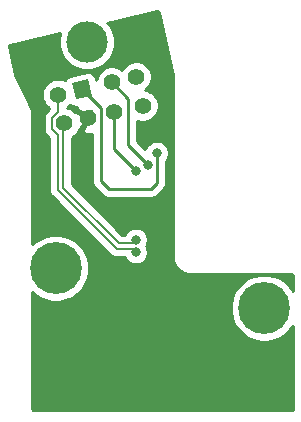
<source format=gbl>
%TF.GenerationSoftware,KiCad,Pcbnew,5.1.12-84ad8e8a86~92~ubuntu20.04.1*%
%TF.CreationDate,2021-12-06T23:57:06-06:00*%
%TF.ProjectId,portboard_img4,706f7274-626f-4617-9264-5f696d67342e,rev?*%
%TF.SameCoordinates,Original*%
%TF.FileFunction,Copper,L2,Bot*%
%TF.FilePolarity,Positive*%
%FSLAX46Y46*%
G04 Gerber Fmt 4.6, Leading zero omitted, Abs format (unit mm)*
G04 Created by KiCad (PCBNEW 5.1.12-84ad8e8a86~92~ubuntu20.04.1) date 2021-12-06 23:57:06*
%MOMM*%
%LPD*%
G01*
G04 APERTURE LIST*
%TA.AperFunction,ComponentPad*%
%ADD10C,3.500000*%
%TD*%
%TA.AperFunction,ComponentPad*%
%ADD11C,1.422400*%
%TD*%
%TA.AperFunction,ComponentPad*%
%ADD12C,0.150000*%
%TD*%
%TA.AperFunction,ComponentPad*%
%ADD13C,4.400000*%
%TD*%
%TA.AperFunction,ViaPad*%
%ADD14C,0.800000*%
%TD*%
%TA.AperFunction,Conductor*%
%ADD15C,0.250000*%
%TD*%
%TA.AperFunction,Conductor*%
%ADD16C,0.200000*%
%TD*%
%TA.AperFunction,Conductor*%
%ADD17C,0.254000*%
%TD*%
%TA.AperFunction,Conductor*%
%ADD18C,0.150000*%
%TD*%
G04 APERTURE END LIST*
D10*
%TO.P,J2,SH2*%
%TO.N,N/C*%
X105346500Y-68072000D03*
D11*
%TO.P,J2,2*%
%TO.N,/HSKi*%
X107456078Y-71489554D03*
%TA.AperFunction,ComponentPad*%
D12*
%TO.P,J2,1*%
%TO.N,/HSKo*%
G36*
X104384729Y-72916673D02*
G01*
X104069598Y-71529620D01*
X105456651Y-71214489D01*
X105771782Y-72601542D01*
X104384729Y-72916673D01*
G37*
%TD.AperFunction*%
D11*
%TO.P,J2,3*%
%TO.N,/TXD-*%
X102872876Y-72530832D03*
%TO.P,J2,5*%
%TO.N,/RXD-*%
X109503892Y-71024303D03*
%TO.P,J2,8*%
%TO.N,/RXD+*%
X110057763Y-73462176D03*
%TO.P,J2,6*%
%TO.N,/TXD+*%
X103426748Y-74968706D03*
%TO.P,J2,4*%
%TO.N,GND*%
X105474561Y-74503454D03*
%TO.P,J2,7*%
%TO.N,/GPi*%
X107619890Y-74016047D03*
%TD*%
D13*
%TO.P,H2,1*%
%TO.N,N/C*%
X120350000Y-90600000D03*
%TD*%
%TO.P,H1,1*%
%TO.N,N/C*%
X102700000Y-87223800D03*
%TD*%
D14*
%TO.N,GND*%
X109474000Y-92710000D03*
X108057950Y-90887550D03*
X110775750Y-90900250D03*
%TO.N,/HSKo*%
X111251990Y-77470000D03*
%TO.N,/HSKi*%
X110526990Y-78486000D03*
%TO.N,/TXD-*%
X109474000Y-85869000D03*
%TO.N,/TXD+*%
X109474000Y-84819000D03*
%TO.N,/GPi*%
X109474000Y-78994000D03*
%TD*%
D15*
%TO.N,/HSKo*%
X110744000Y-80518000D02*
X111251990Y-80010010D01*
X106527600Y-73672491D02*
X106527600Y-79857600D01*
X107188000Y-80518000D02*
X110744000Y-80518000D01*
X104920690Y-72065581D02*
X106527600Y-73672491D01*
X106527600Y-79857600D02*
X107188000Y-80518000D01*
X111251990Y-80010010D02*
X111251990Y-77470000D01*
%TO.N,/HSKi*%
X108839000Y-76798010D02*
X110526990Y-78486000D01*
X108839000Y-72872476D02*
X108839000Y-76798010D01*
X107456078Y-71489554D02*
X108839000Y-72872476D01*
D16*
%TO.N,/TXD-*%
X102415547Y-74483329D02*
X102415547Y-75454083D01*
X102872876Y-74026000D02*
X102415547Y-74483329D01*
X102872876Y-72530832D02*
X102872876Y-74026000D01*
X102872876Y-75911412D02*
X102872876Y-80585076D01*
X102415547Y-75454083D02*
X102872876Y-75911412D01*
X107856800Y-85569000D02*
X109174000Y-85569000D01*
X102872876Y-80585076D02*
X107856800Y-85569000D01*
X109174000Y-85569000D02*
X109474000Y-85869000D01*
%TO.N,/TXD+*%
X103322876Y-75072578D02*
X103322876Y-80398676D01*
X103426748Y-74968706D02*
X103322876Y-75072578D01*
X109174000Y-85119000D02*
X109474000Y-84819000D01*
X108043200Y-85119000D02*
X109174000Y-85119000D01*
X103322876Y-80398676D02*
X108043200Y-85119000D01*
D15*
%TO.N,/GPi*%
X107619890Y-77139890D02*
X107619890Y-74016047D01*
X109474000Y-78994000D02*
X107619890Y-77139890D01*
%TD*%
D17*
%TO.N,GND*%
X111349944Y-65469485D02*
X111361525Y-65472630D01*
X111372273Y-65477964D01*
X111381778Y-65485282D01*
X111389680Y-65494307D01*
X111395680Y-65504697D01*
X111410412Y-65547956D01*
X112615000Y-70847188D01*
X112615001Y-86236105D01*
X112618079Y-86267355D01*
X112618045Y-86272204D01*
X112619046Y-86282417D01*
X112635367Y-86437693D01*
X112648767Y-86502973D01*
X112661244Y-86568380D01*
X112664210Y-86578204D01*
X112664211Y-86578210D01*
X112664213Y-86578215D01*
X112710378Y-86727354D01*
X112736209Y-86788805D01*
X112761151Y-86850536D01*
X112765968Y-86859597D01*
X112840229Y-86996939D01*
X112877486Y-87052175D01*
X112913956Y-87107907D01*
X112920442Y-87115860D01*
X113019965Y-87236162D01*
X113067254Y-87283122D01*
X113113845Y-87330700D01*
X113121752Y-87337242D01*
X113242746Y-87435922D01*
X113298270Y-87472812D01*
X113353198Y-87510422D01*
X113362222Y-87515302D01*
X113362230Y-87515306D01*
X113500082Y-87588603D01*
X113561712Y-87614005D01*
X113622904Y-87640232D01*
X113632699Y-87643265D01*
X113632705Y-87643267D01*
X113632711Y-87643268D01*
X113782176Y-87688394D01*
X113847554Y-87701339D01*
X113912683Y-87715183D01*
X113922889Y-87716256D01*
X114078276Y-87731492D01*
X114078277Y-87731492D01*
X114113895Y-87735000D01*
X122664053Y-87735000D01*
X122711941Y-87739696D01*
X122723427Y-87743163D01*
X122734018Y-87748795D01*
X122743319Y-87756380D01*
X122750965Y-87765623D01*
X122756672Y-87776177D01*
X122760220Y-87787641D01*
X122765000Y-87833114D01*
X122765000Y-89111439D01*
X122552088Y-88792793D01*
X122157207Y-88397912D01*
X121692876Y-88087656D01*
X121176939Y-87873948D01*
X120629223Y-87765000D01*
X120070777Y-87765000D01*
X119523061Y-87873948D01*
X119007124Y-88087656D01*
X118542793Y-88397912D01*
X118147912Y-88792793D01*
X117837656Y-89257124D01*
X117623948Y-89773061D01*
X117515000Y-90320777D01*
X117515000Y-90879223D01*
X117623948Y-91426939D01*
X117837656Y-91942876D01*
X118147912Y-92407207D01*
X118542793Y-92802088D01*
X119007124Y-93112344D01*
X119523061Y-93326052D01*
X120070777Y-93435000D01*
X120629223Y-93435000D01*
X121176939Y-93326052D01*
X121692876Y-93112344D01*
X122157207Y-92802088D01*
X122552088Y-92407207D01*
X122765000Y-92088561D01*
X122765001Y-99164043D01*
X122760304Y-99211941D01*
X122756837Y-99223427D01*
X122751205Y-99234019D01*
X122743622Y-99243316D01*
X122734375Y-99250966D01*
X122723821Y-99256673D01*
X122712361Y-99260220D01*
X122666885Y-99265000D01*
X100835947Y-99265000D01*
X100788059Y-99260304D01*
X100776573Y-99256837D01*
X100765981Y-99251205D01*
X100756684Y-99243622D01*
X100749034Y-99234375D01*
X100743327Y-99223821D01*
X100739780Y-99212361D01*
X100735000Y-99166885D01*
X100735000Y-89268095D01*
X100892793Y-89425888D01*
X101357124Y-89736144D01*
X101873061Y-89949852D01*
X102420777Y-90058800D01*
X102979223Y-90058800D01*
X103526939Y-89949852D01*
X104042876Y-89736144D01*
X104507207Y-89425888D01*
X104902088Y-89031007D01*
X105212344Y-88566676D01*
X105426052Y-88050739D01*
X105535000Y-87503023D01*
X105535000Y-86944577D01*
X105426052Y-86396861D01*
X105212344Y-85880924D01*
X104902088Y-85416593D01*
X104507207Y-85021712D01*
X104042876Y-84711456D01*
X103526939Y-84497748D01*
X102979223Y-84388800D01*
X102420777Y-84388800D01*
X101873061Y-84497748D01*
X101357124Y-84711456D01*
X100892793Y-85021712D01*
X100735000Y-85179505D01*
X100735000Y-74168832D01*
X100737743Y-74115365D01*
X100729771Y-74060804D01*
X100724365Y-74005915D01*
X100719322Y-73989291D01*
X100716811Y-73972104D01*
X100698346Y-73920142D01*
X100682337Y-73867367D01*
X100657097Y-73820145D01*
X99988368Y-72398243D01*
X101526676Y-72398243D01*
X101526676Y-72663421D01*
X101578409Y-72923504D01*
X101679889Y-73168497D01*
X101827214Y-73388985D01*
X102014723Y-73576494D01*
X102137877Y-73658782D01*
X102137877Y-73721553D01*
X101921355Y-73938075D01*
X101893309Y-73961092D01*
X101801460Y-74073010D01*
X101733210Y-74200697D01*
X101703931Y-74297216D01*
X101691182Y-74339244D01*
X101676991Y-74483329D01*
X101680547Y-74519435D01*
X101680548Y-75417969D01*
X101676991Y-75454083D01*
X101691182Y-75598168D01*
X101733211Y-75736716D01*
X101801461Y-75864403D01*
X101893310Y-75976321D01*
X101921355Y-75999337D01*
X102137876Y-76215858D01*
X102137877Y-80548961D01*
X102134320Y-80585076D01*
X102148511Y-80729161D01*
X102173109Y-80810247D01*
X102190540Y-80867709D01*
X102258790Y-80995396D01*
X102350639Y-81107314D01*
X102378684Y-81130330D01*
X107311546Y-86063193D01*
X107334562Y-86091238D01*
X107446480Y-86183087D01*
X107574167Y-86251337D01*
X107680999Y-86283744D01*
X107712715Y-86293365D01*
X107856800Y-86307556D01*
X107892905Y-86304000D01*
X108533907Y-86304000D01*
X108556795Y-86359256D01*
X108670063Y-86528774D01*
X108814226Y-86672937D01*
X108983744Y-86786205D01*
X109172102Y-86864226D01*
X109372061Y-86904000D01*
X109575939Y-86904000D01*
X109775898Y-86864226D01*
X109964256Y-86786205D01*
X110133774Y-86672937D01*
X110277937Y-86528774D01*
X110391205Y-86359256D01*
X110469226Y-86170898D01*
X110509000Y-85970939D01*
X110509000Y-85767061D01*
X110469226Y-85567102D01*
X110391205Y-85378744D01*
X110367990Y-85344000D01*
X110391205Y-85309256D01*
X110469226Y-85120898D01*
X110509000Y-84920939D01*
X110509000Y-84717061D01*
X110469226Y-84517102D01*
X110391205Y-84328744D01*
X110277937Y-84159226D01*
X110133774Y-84015063D01*
X109964256Y-83901795D01*
X109775898Y-83823774D01*
X109575939Y-83784000D01*
X109372061Y-83784000D01*
X109172102Y-83823774D01*
X108983744Y-83901795D01*
X108814226Y-84015063D01*
X108670063Y-84159226D01*
X108556795Y-84328744D01*
X108533907Y-84384000D01*
X108347647Y-84384000D01*
X104057876Y-80094230D01*
X104057876Y-76164401D01*
X104064413Y-76161693D01*
X104284901Y-76014368D01*
X104472410Y-75826859D01*
X104619735Y-75606371D01*
X104668160Y-75489463D01*
X104717753Y-75439870D01*
X104734469Y-75440371D01*
X104763751Y-75393872D01*
X105460420Y-74697203D01*
X105280812Y-74517595D01*
X105272263Y-74526144D01*
X104402294Y-73978295D01*
X104361316Y-73999459D01*
X104284901Y-73923044D01*
X104064413Y-73775719D01*
X103819420Y-73674239D01*
X103638578Y-73638268D01*
X103731029Y-73576494D01*
X103918538Y-73388985D01*
X103933882Y-73366021D01*
X103945913Y-73379897D01*
X104044716Y-73456605D01*
X104156584Y-73512564D01*
X104277221Y-73545623D01*
X104401989Y-73554512D01*
X104526093Y-73538888D01*
X104544492Y-73534708D01*
X104537644Y-73763362D01*
X105434770Y-74328312D01*
X105695147Y-73914840D01*
X105767600Y-73987293D01*
X105767600Y-74030807D01*
X105488702Y-74309705D01*
X105668310Y-74489313D01*
X105676859Y-74480764D01*
X105767600Y-74537907D01*
X105767600Y-74616885D01*
X105668310Y-74517595D01*
X105488702Y-74697203D01*
X105497251Y-74705752D01*
X104949402Y-75575721D01*
X105060755Y-75791320D01*
X105319956Y-75847304D01*
X105585099Y-75851644D01*
X105767600Y-75818438D01*
X105767601Y-79820268D01*
X105763924Y-79857600D01*
X105778598Y-80006585D01*
X105822054Y-80149846D01*
X105892626Y-80281876D01*
X105963801Y-80368602D01*
X105987600Y-80397601D01*
X106016598Y-80421399D01*
X106624200Y-81029002D01*
X106647999Y-81058001D01*
X106763724Y-81152974D01*
X106895753Y-81223546D01*
X107039014Y-81267003D01*
X107150667Y-81278000D01*
X107150675Y-81278000D01*
X107188000Y-81281676D01*
X107225325Y-81278000D01*
X110706678Y-81278000D01*
X110744000Y-81281676D01*
X110781322Y-81278000D01*
X110781333Y-81278000D01*
X110892986Y-81267003D01*
X111036247Y-81223546D01*
X111168276Y-81152974D01*
X111284001Y-81058001D01*
X111307804Y-81028997D01*
X111762988Y-80573813D01*
X111791991Y-80550011D01*
X111886964Y-80434286D01*
X111957536Y-80302257D01*
X112000993Y-80158996D01*
X112011990Y-80047343D01*
X112011990Y-80047334D01*
X112015666Y-80010011D01*
X112011990Y-79972688D01*
X112011990Y-78173711D01*
X112055927Y-78129774D01*
X112169195Y-77960256D01*
X112247216Y-77771898D01*
X112286990Y-77571939D01*
X112286990Y-77368061D01*
X112247216Y-77168102D01*
X112169195Y-76979744D01*
X112055927Y-76810226D01*
X111911764Y-76666063D01*
X111742246Y-76552795D01*
X111553888Y-76474774D01*
X111353929Y-76435000D01*
X111150051Y-76435000D01*
X110950092Y-76474774D01*
X110761734Y-76552795D01*
X110592216Y-76666063D01*
X110448053Y-76810226D01*
X110334785Y-76979744D01*
X110264710Y-77148919D01*
X109599000Y-76483209D01*
X109599000Y-74729267D01*
X109665091Y-74756643D01*
X109925174Y-74808376D01*
X110190352Y-74808376D01*
X110450435Y-74756643D01*
X110695428Y-74655163D01*
X110915916Y-74507838D01*
X111103425Y-74320329D01*
X111250750Y-74099841D01*
X111352230Y-73854848D01*
X111403963Y-73594765D01*
X111403963Y-73329587D01*
X111352230Y-73069504D01*
X111250750Y-72824511D01*
X111103425Y-72604023D01*
X110915916Y-72416514D01*
X110695428Y-72269189D01*
X110450435Y-72167709D01*
X110269595Y-72131738D01*
X110362045Y-72069965D01*
X110549554Y-71882456D01*
X110696879Y-71661968D01*
X110798359Y-71416975D01*
X110850092Y-71156892D01*
X110850092Y-70891714D01*
X110798359Y-70631631D01*
X110696879Y-70386638D01*
X110549554Y-70166150D01*
X110362045Y-69978641D01*
X110141557Y-69831316D01*
X109896564Y-69729836D01*
X109636481Y-69678103D01*
X109371303Y-69678103D01*
X109111220Y-69729836D01*
X108866227Y-69831316D01*
X108645739Y-69978641D01*
X108458230Y-70166150D01*
X108310905Y-70386638D01*
X108293051Y-70429740D01*
X108093743Y-70296567D01*
X107848750Y-70195087D01*
X107588667Y-70143354D01*
X107323489Y-70143354D01*
X107063406Y-70195087D01*
X106818413Y-70296567D01*
X106597925Y-70443892D01*
X106410416Y-70631401D01*
X106263091Y-70851889D01*
X106161611Y-71096882D01*
X106125504Y-71278405D01*
X106078866Y-71073125D01*
X106039332Y-70954453D01*
X105977405Y-70845774D01*
X105895467Y-70751265D01*
X105796664Y-70674557D01*
X105684796Y-70618598D01*
X105564159Y-70585539D01*
X105439391Y-70576650D01*
X105315287Y-70592274D01*
X103928234Y-70907405D01*
X103809562Y-70946939D01*
X103700883Y-71008866D01*
X103606374Y-71090804D01*
X103529666Y-71189607D01*
X103473707Y-71301475D01*
X103468511Y-71320436D01*
X103265548Y-71236365D01*
X103005465Y-71184632D01*
X102740287Y-71184632D01*
X102480204Y-71236365D01*
X102235211Y-71337845D01*
X102014723Y-71485170D01*
X101827214Y-71672679D01*
X101679889Y-71893167D01*
X101578409Y-72138160D01*
X101526676Y-72398243D01*
X99988368Y-72398243D01*
X99286433Y-70905737D01*
X98724705Y-68434627D01*
X98718649Y-68386723D01*
X98719484Y-68374753D01*
X98722629Y-68363175D01*
X98727961Y-68352430D01*
X98735282Y-68342921D01*
X98744307Y-68335019D01*
X98754697Y-68329019D01*
X98797983Y-68314278D01*
X103066541Y-67344001D01*
X103053154Y-67376321D01*
X102961500Y-67837098D01*
X102961500Y-68306902D01*
X103053154Y-68767679D01*
X103232940Y-69201721D01*
X103493950Y-69592349D01*
X103826151Y-69924550D01*
X104216779Y-70185560D01*
X104650821Y-70365346D01*
X105111598Y-70457000D01*
X105581402Y-70457000D01*
X106042179Y-70365346D01*
X106476221Y-70185560D01*
X106866849Y-69924550D01*
X107199050Y-69592349D01*
X107460060Y-69201721D01*
X107639846Y-68767679D01*
X107731500Y-68306902D01*
X107731500Y-67837098D01*
X107639846Y-67376321D01*
X107460060Y-66942279D01*
X107199050Y-66551651D01*
X107079275Y-66431876D01*
X111290289Y-65474680D01*
X111337979Y-65468650D01*
X111349944Y-65469485D01*
%TA.AperFunction,Conductor*%
D18*
G36*
X111349944Y-65469485D02*
G01*
X111361525Y-65472630D01*
X111372273Y-65477964D01*
X111381778Y-65485282D01*
X111389680Y-65494307D01*
X111395680Y-65504697D01*
X111410412Y-65547956D01*
X112615000Y-70847188D01*
X112615001Y-86236105D01*
X112618079Y-86267355D01*
X112618045Y-86272204D01*
X112619046Y-86282417D01*
X112635367Y-86437693D01*
X112648767Y-86502973D01*
X112661244Y-86568380D01*
X112664210Y-86578204D01*
X112664211Y-86578210D01*
X112664213Y-86578215D01*
X112710378Y-86727354D01*
X112736209Y-86788805D01*
X112761151Y-86850536D01*
X112765968Y-86859597D01*
X112840229Y-86996939D01*
X112877486Y-87052175D01*
X112913956Y-87107907D01*
X112920442Y-87115860D01*
X113019965Y-87236162D01*
X113067254Y-87283122D01*
X113113845Y-87330700D01*
X113121752Y-87337242D01*
X113242746Y-87435922D01*
X113298270Y-87472812D01*
X113353198Y-87510422D01*
X113362222Y-87515302D01*
X113362230Y-87515306D01*
X113500082Y-87588603D01*
X113561712Y-87614005D01*
X113622904Y-87640232D01*
X113632699Y-87643265D01*
X113632705Y-87643267D01*
X113632711Y-87643268D01*
X113782176Y-87688394D01*
X113847554Y-87701339D01*
X113912683Y-87715183D01*
X113922889Y-87716256D01*
X114078276Y-87731492D01*
X114078277Y-87731492D01*
X114113895Y-87735000D01*
X122664053Y-87735000D01*
X122711941Y-87739696D01*
X122723427Y-87743163D01*
X122734018Y-87748795D01*
X122743319Y-87756380D01*
X122750965Y-87765623D01*
X122756672Y-87776177D01*
X122760220Y-87787641D01*
X122765000Y-87833114D01*
X122765000Y-89111439D01*
X122552088Y-88792793D01*
X122157207Y-88397912D01*
X121692876Y-88087656D01*
X121176939Y-87873948D01*
X120629223Y-87765000D01*
X120070777Y-87765000D01*
X119523061Y-87873948D01*
X119007124Y-88087656D01*
X118542793Y-88397912D01*
X118147912Y-88792793D01*
X117837656Y-89257124D01*
X117623948Y-89773061D01*
X117515000Y-90320777D01*
X117515000Y-90879223D01*
X117623948Y-91426939D01*
X117837656Y-91942876D01*
X118147912Y-92407207D01*
X118542793Y-92802088D01*
X119007124Y-93112344D01*
X119523061Y-93326052D01*
X120070777Y-93435000D01*
X120629223Y-93435000D01*
X121176939Y-93326052D01*
X121692876Y-93112344D01*
X122157207Y-92802088D01*
X122552088Y-92407207D01*
X122765000Y-92088561D01*
X122765001Y-99164043D01*
X122760304Y-99211941D01*
X122756837Y-99223427D01*
X122751205Y-99234019D01*
X122743622Y-99243316D01*
X122734375Y-99250966D01*
X122723821Y-99256673D01*
X122712361Y-99260220D01*
X122666885Y-99265000D01*
X100835947Y-99265000D01*
X100788059Y-99260304D01*
X100776573Y-99256837D01*
X100765981Y-99251205D01*
X100756684Y-99243622D01*
X100749034Y-99234375D01*
X100743327Y-99223821D01*
X100739780Y-99212361D01*
X100735000Y-99166885D01*
X100735000Y-89268095D01*
X100892793Y-89425888D01*
X101357124Y-89736144D01*
X101873061Y-89949852D01*
X102420777Y-90058800D01*
X102979223Y-90058800D01*
X103526939Y-89949852D01*
X104042876Y-89736144D01*
X104507207Y-89425888D01*
X104902088Y-89031007D01*
X105212344Y-88566676D01*
X105426052Y-88050739D01*
X105535000Y-87503023D01*
X105535000Y-86944577D01*
X105426052Y-86396861D01*
X105212344Y-85880924D01*
X104902088Y-85416593D01*
X104507207Y-85021712D01*
X104042876Y-84711456D01*
X103526939Y-84497748D01*
X102979223Y-84388800D01*
X102420777Y-84388800D01*
X101873061Y-84497748D01*
X101357124Y-84711456D01*
X100892793Y-85021712D01*
X100735000Y-85179505D01*
X100735000Y-74168832D01*
X100737743Y-74115365D01*
X100729771Y-74060804D01*
X100724365Y-74005915D01*
X100719322Y-73989291D01*
X100716811Y-73972104D01*
X100698346Y-73920142D01*
X100682337Y-73867367D01*
X100657097Y-73820145D01*
X99988368Y-72398243D01*
X101526676Y-72398243D01*
X101526676Y-72663421D01*
X101578409Y-72923504D01*
X101679889Y-73168497D01*
X101827214Y-73388985D01*
X102014723Y-73576494D01*
X102137877Y-73658782D01*
X102137877Y-73721553D01*
X101921355Y-73938075D01*
X101893309Y-73961092D01*
X101801460Y-74073010D01*
X101733210Y-74200697D01*
X101703931Y-74297216D01*
X101691182Y-74339244D01*
X101676991Y-74483329D01*
X101680547Y-74519435D01*
X101680548Y-75417969D01*
X101676991Y-75454083D01*
X101691182Y-75598168D01*
X101733211Y-75736716D01*
X101801461Y-75864403D01*
X101893310Y-75976321D01*
X101921355Y-75999337D01*
X102137876Y-76215858D01*
X102137877Y-80548961D01*
X102134320Y-80585076D01*
X102148511Y-80729161D01*
X102173109Y-80810247D01*
X102190540Y-80867709D01*
X102258790Y-80995396D01*
X102350639Y-81107314D01*
X102378684Y-81130330D01*
X107311546Y-86063193D01*
X107334562Y-86091238D01*
X107446480Y-86183087D01*
X107574167Y-86251337D01*
X107680999Y-86283744D01*
X107712715Y-86293365D01*
X107856800Y-86307556D01*
X107892905Y-86304000D01*
X108533907Y-86304000D01*
X108556795Y-86359256D01*
X108670063Y-86528774D01*
X108814226Y-86672937D01*
X108983744Y-86786205D01*
X109172102Y-86864226D01*
X109372061Y-86904000D01*
X109575939Y-86904000D01*
X109775898Y-86864226D01*
X109964256Y-86786205D01*
X110133774Y-86672937D01*
X110277937Y-86528774D01*
X110391205Y-86359256D01*
X110469226Y-86170898D01*
X110509000Y-85970939D01*
X110509000Y-85767061D01*
X110469226Y-85567102D01*
X110391205Y-85378744D01*
X110367990Y-85344000D01*
X110391205Y-85309256D01*
X110469226Y-85120898D01*
X110509000Y-84920939D01*
X110509000Y-84717061D01*
X110469226Y-84517102D01*
X110391205Y-84328744D01*
X110277937Y-84159226D01*
X110133774Y-84015063D01*
X109964256Y-83901795D01*
X109775898Y-83823774D01*
X109575939Y-83784000D01*
X109372061Y-83784000D01*
X109172102Y-83823774D01*
X108983744Y-83901795D01*
X108814226Y-84015063D01*
X108670063Y-84159226D01*
X108556795Y-84328744D01*
X108533907Y-84384000D01*
X108347647Y-84384000D01*
X104057876Y-80094230D01*
X104057876Y-76164401D01*
X104064413Y-76161693D01*
X104284901Y-76014368D01*
X104472410Y-75826859D01*
X104619735Y-75606371D01*
X104668160Y-75489463D01*
X104717753Y-75439870D01*
X104734469Y-75440371D01*
X104763751Y-75393872D01*
X105460420Y-74697203D01*
X105280812Y-74517595D01*
X105272263Y-74526144D01*
X104402294Y-73978295D01*
X104361316Y-73999459D01*
X104284901Y-73923044D01*
X104064413Y-73775719D01*
X103819420Y-73674239D01*
X103638578Y-73638268D01*
X103731029Y-73576494D01*
X103918538Y-73388985D01*
X103933882Y-73366021D01*
X103945913Y-73379897D01*
X104044716Y-73456605D01*
X104156584Y-73512564D01*
X104277221Y-73545623D01*
X104401989Y-73554512D01*
X104526093Y-73538888D01*
X104544492Y-73534708D01*
X104537644Y-73763362D01*
X105434770Y-74328312D01*
X105695147Y-73914840D01*
X105767600Y-73987293D01*
X105767600Y-74030807D01*
X105488702Y-74309705D01*
X105668310Y-74489313D01*
X105676859Y-74480764D01*
X105767600Y-74537907D01*
X105767600Y-74616885D01*
X105668310Y-74517595D01*
X105488702Y-74697203D01*
X105497251Y-74705752D01*
X104949402Y-75575721D01*
X105060755Y-75791320D01*
X105319956Y-75847304D01*
X105585099Y-75851644D01*
X105767600Y-75818438D01*
X105767601Y-79820268D01*
X105763924Y-79857600D01*
X105778598Y-80006585D01*
X105822054Y-80149846D01*
X105892626Y-80281876D01*
X105963801Y-80368602D01*
X105987600Y-80397601D01*
X106016598Y-80421399D01*
X106624200Y-81029002D01*
X106647999Y-81058001D01*
X106763724Y-81152974D01*
X106895753Y-81223546D01*
X107039014Y-81267003D01*
X107150667Y-81278000D01*
X107150675Y-81278000D01*
X107188000Y-81281676D01*
X107225325Y-81278000D01*
X110706678Y-81278000D01*
X110744000Y-81281676D01*
X110781322Y-81278000D01*
X110781333Y-81278000D01*
X110892986Y-81267003D01*
X111036247Y-81223546D01*
X111168276Y-81152974D01*
X111284001Y-81058001D01*
X111307804Y-81028997D01*
X111762988Y-80573813D01*
X111791991Y-80550011D01*
X111886964Y-80434286D01*
X111957536Y-80302257D01*
X112000993Y-80158996D01*
X112011990Y-80047343D01*
X112011990Y-80047334D01*
X112015666Y-80010011D01*
X112011990Y-79972688D01*
X112011990Y-78173711D01*
X112055927Y-78129774D01*
X112169195Y-77960256D01*
X112247216Y-77771898D01*
X112286990Y-77571939D01*
X112286990Y-77368061D01*
X112247216Y-77168102D01*
X112169195Y-76979744D01*
X112055927Y-76810226D01*
X111911764Y-76666063D01*
X111742246Y-76552795D01*
X111553888Y-76474774D01*
X111353929Y-76435000D01*
X111150051Y-76435000D01*
X110950092Y-76474774D01*
X110761734Y-76552795D01*
X110592216Y-76666063D01*
X110448053Y-76810226D01*
X110334785Y-76979744D01*
X110264710Y-77148919D01*
X109599000Y-76483209D01*
X109599000Y-74729267D01*
X109665091Y-74756643D01*
X109925174Y-74808376D01*
X110190352Y-74808376D01*
X110450435Y-74756643D01*
X110695428Y-74655163D01*
X110915916Y-74507838D01*
X111103425Y-74320329D01*
X111250750Y-74099841D01*
X111352230Y-73854848D01*
X111403963Y-73594765D01*
X111403963Y-73329587D01*
X111352230Y-73069504D01*
X111250750Y-72824511D01*
X111103425Y-72604023D01*
X110915916Y-72416514D01*
X110695428Y-72269189D01*
X110450435Y-72167709D01*
X110269595Y-72131738D01*
X110362045Y-72069965D01*
X110549554Y-71882456D01*
X110696879Y-71661968D01*
X110798359Y-71416975D01*
X110850092Y-71156892D01*
X110850092Y-70891714D01*
X110798359Y-70631631D01*
X110696879Y-70386638D01*
X110549554Y-70166150D01*
X110362045Y-69978641D01*
X110141557Y-69831316D01*
X109896564Y-69729836D01*
X109636481Y-69678103D01*
X109371303Y-69678103D01*
X109111220Y-69729836D01*
X108866227Y-69831316D01*
X108645739Y-69978641D01*
X108458230Y-70166150D01*
X108310905Y-70386638D01*
X108293051Y-70429740D01*
X108093743Y-70296567D01*
X107848750Y-70195087D01*
X107588667Y-70143354D01*
X107323489Y-70143354D01*
X107063406Y-70195087D01*
X106818413Y-70296567D01*
X106597925Y-70443892D01*
X106410416Y-70631401D01*
X106263091Y-70851889D01*
X106161611Y-71096882D01*
X106125504Y-71278405D01*
X106078866Y-71073125D01*
X106039332Y-70954453D01*
X105977405Y-70845774D01*
X105895467Y-70751265D01*
X105796664Y-70674557D01*
X105684796Y-70618598D01*
X105564159Y-70585539D01*
X105439391Y-70576650D01*
X105315287Y-70592274D01*
X103928234Y-70907405D01*
X103809562Y-70946939D01*
X103700883Y-71008866D01*
X103606374Y-71090804D01*
X103529666Y-71189607D01*
X103473707Y-71301475D01*
X103468511Y-71320436D01*
X103265548Y-71236365D01*
X103005465Y-71184632D01*
X102740287Y-71184632D01*
X102480204Y-71236365D01*
X102235211Y-71337845D01*
X102014723Y-71485170D01*
X101827214Y-71672679D01*
X101679889Y-71893167D01*
X101578409Y-72138160D01*
X101526676Y-72398243D01*
X99988368Y-72398243D01*
X99286433Y-70905737D01*
X98724705Y-68434627D01*
X98718649Y-68386723D01*
X98719484Y-68374753D01*
X98722629Y-68363175D01*
X98727961Y-68352430D01*
X98735282Y-68342921D01*
X98744307Y-68335019D01*
X98754697Y-68329019D01*
X98797983Y-68314278D01*
X103066541Y-67344001D01*
X103053154Y-67376321D01*
X102961500Y-67837098D01*
X102961500Y-68306902D01*
X103053154Y-68767679D01*
X103232940Y-69201721D01*
X103493950Y-69592349D01*
X103826151Y-69924550D01*
X104216779Y-70185560D01*
X104650821Y-70365346D01*
X105111598Y-70457000D01*
X105581402Y-70457000D01*
X106042179Y-70365346D01*
X106476221Y-70185560D01*
X106866849Y-69924550D01*
X107199050Y-69592349D01*
X107460060Y-69201721D01*
X107639846Y-68767679D01*
X107731500Y-68306902D01*
X107731500Y-67837098D01*
X107639846Y-67376321D01*
X107460060Y-66942279D01*
X107199050Y-66551651D01*
X107079275Y-66431876D01*
X111290289Y-65474680D01*
X111337979Y-65468650D01*
X111349944Y-65469485D01*
G37*
%TD.AperFunction*%
%TD*%
M02*

</source>
